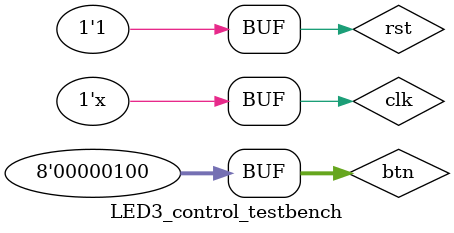
<source format=v>
`timescale 1us / 1ns


module LED3_control_testbench();


reg clk, rst;
reg [7:0] btn;

wire [3:0] led_signal_R;
wire [3:0] led_signal_G;
wire [3:0] led_signal_B;

LED3_control c1(clk, rst, btn, led_signal_R, led_signal_G, led_signal_B);

initial begin 
    clk <= 0; rst <= 1; btn <= 8'b00000001;
    #1e+6; rst <= 0;
    #1e+6; rst <= 1;
    #1e+6; btn <= 8'b00000001;
    #1e+6; btn <= 8'b00000010;
    #1e+6; btn <= 8'b00000100;
end

always begin
    #0.5 clk <= ~clk;
end
endmodule


</source>
